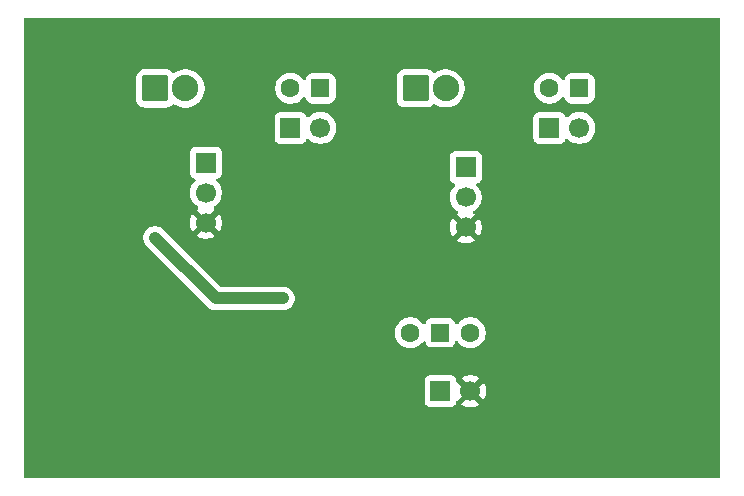
<source format=gbr>
%TF.GenerationSoftware,KiCad,Pcbnew,9.0.2*%
%TF.CreationDate,2025-07-30T16:59:02+09:00*%
%TF.ProjectId,ltr,6c74722e-6b69-4636-9164-5f7063625858,rev?*%
%TF.SameCoordinates,Original*%
%TF.FileFunction,Copper,L2,Bot*%
%TF.FilePolarity,Positive*%
%FSLAX46Y46*%
G04 Gerber Fmt 4.6, Leading zero omitted, Abs format (unit mm)*
G04 Created by KiCad (PCBNEW 9.0.2) date 2025-07-30 16:59:02*
%MOMM*%
%LPD*%
G01*
G04 APERTURE LIST*
G04 Aperture macros list*
%AMRoundRect*
0 Rectangle with rounded corners*
0 $1 Rounding radius*
0 $2 $3 $4 $5 $6 $7 $8 $9 X,Y pos of 4 corners*
0 Add a 4 corners polygon primitive as box body*
4,1,4,$2,$3,$4,$5,$6,$7,$8,$9,$2,$3,0*
0 Add four circle primitives for the rounded corners*
1,1,$1+$1,$2,$3*
1,1,$1+$1,$4,$5*
1,1,$1+$1,$6,$7*
1,1,$1+$1,$8,$9*
0 Add four rect primitives between the rounded corners*
20,1,$1+$1,$2,$3,$4,$5,0*
20,1,$1+$1,$4,$5,$6,$7,0*
20,1,$1+$1,$6,$7,$8,$9,0*
20,1,$1+$1,$8,$9,$2,$3,0*%
G04 Aperture macros list end*
%TA.AperFunction,ComponentPad*%
%ADD10RoundRect,0.250000X0.550000X0.550000X-0.550000X0.550000X-0.550000X-0.550000X0.550000X-0.550000X0*%
%TD*%
%TA.AperFunction,ComponentPad*%
%ADD11C,1.600000*%
%TD*%
%TA.AperFunction,ComponentPad*%
%ADD12RoundRect,0.250000X-0.870000X-0.870000X0.870000X-0.870000X0.870000X0.870000X-0.870000X0.870000X0*%
%TD*%
%TA.AperFunction,ComponentPad*%
%ADD13C,2.240000*%
%TD*%
%TA.AperFunction,ComponentPad*%
%ADD14R,1.700000X1.700000*%
%TD*%
%TA.AperFunction,ComponentPad*%
%ADD15C,1.700000*%
%TD*%
%TA.AperFunction,ComponentPad*%
%ADD16R,1.500000X1.500000*%
%TD*%
%TA.AperFunction,ViaPad*%
%ADD17C,0.600000*%
%TD*%
%TA.AperFunction,Conductor*%
%ADD18C,1.000000*%
%TD*%
G04 APERTURE END LIST*
D10*
%TO.P,D4,1,K*%
%TO.N,Net-(D4-K)*%
X128385000Y-57185000D03*
D11*
%TO.P,D4,2,A*%
%TO.N,Net-(D3-A)*%
X125845000Y-57185000D03*
%TD*%
D12*
%TO.P,D3,1,K*%
%TO.N,+5V*%
X114520000Y-57185000D03*
D13*
%TO.P,D3,2,A*%
%TO.N,Net-(D3-A)*%
X117060000Y-57185000D03*
%TD*%
D14*
%TO.P,J3,1,Pin_1*%
%TO.N,+5V*%
X103920000Y-60535000D03*
D15*
%TO.P,J3,2,Pin_2*%
%TO.N,Net-(D2-K)*%
X106460000Y-60535000D03*
%TD*%
D14*
%TO.P,J4,1,Pin_1*%
%TO.N,+5V*%
X125845000Y-60535000D03*
D15*
%TO.P,J4,2,Pin_2*%
%TO.N,Net-(D4-K)*%
X128385000Y-60535000D03*
%TD*%
D12*
%TO.P,D1,1,K*%
%TO.N,+5V*%
X92480000Y-57195000D03*
D13*
%TO.P,D1,2,A*%
%TO.N,Net-(D1-A)*%
X95020000Y-57195000D03*
%TD*%
D14*
%TO.P,J5,1,Pin_1*%
%TO.N,Net-(J5-Pin_1)*%
X116620000Y-82825000D03*
D15*
%TO.P,J5,2,Pin_2*%
%TO.N,GND*%
X119160000Y-82825000D03*
%TD*%
D14*
%TO.P,J1,1,Pin_1*%
%TO.N,Vin_left*%
X96760000Y-63485000D03*
D15*
%TO.P,J1,2,Pin_2*%
%TO.N,out_left*%
X96760000Y-66025000D03*
%TO.P,J1,3,Pin_3*%
%TO.N,GND*%
X96760000Y-68565000D03*
%TD*%
D10*
%TO.P,D2,1,K*%
%TO.N,Net-(D2-K)*%
X106460000Y-57195000D03*
D11*
%TO.P,D2,2,A*%
%TO.N,Net-(D1-A)*%
X103920000Y-57195000D03*
%TD*%
D16*
%TO.P,SW1,1,A*%
%TO.N,Net-(J5-Pin_1)*%
X116610000Y-77875000D03*
D11*
%TO.P,SW1,2,B*%
%TO.N,+9V*%
X114070000Y-77875000D03*
%TO.P,SW1,3,C*%
%TO.N,unconnected-(SW1-C-Pad3)*%
X119150000Y-77875000D03*
%TD*%
D14*
%TO.P,J2,1,Pin_1*%
%TO.N,Vin_right*%
X118760000Y-63870000D03*
D15*
%TO.P,J2,2,Pin_2*%
%TO.N,out_right*%
X118760000Y-66410000D03*
%TO.P,J2,3,Pin_3*%
%TO.N,GND*%
X118760000Y-68950000D03*
%TD*%
D17*
%TO.N,GND*%
X105550000Y-84175000D03*
%TO.N,+5V*%
X103275000Y-74975000D03*
X92450000Y-69850000D03*
%TD*%
D18*
%TO.N,+5V*%
X97575000Y-74975000D02*
X103275000Y-74975000D01*
X92450000Y-69850000D02*
X97575000Y-74975000D01*
%TD*%
%TA.AperFunction,Conductor*%
%TO.N,GND*%
G36*
X140267539Y-51220185D02*
G01*
X140313294Y-51272989D01*
X140324500Y-51324500D01*
X140324500Y-90075500D01*
X140304815Y-90142539D01*
X140252011Y-90188294D01*
X140200500Y-90199500D01*
X81449500Y-90199500D01*
X81382461Y-90179815D01*
X81336706Y-90127011D01*
X81325500Y-90075500D01*
X81325500Y-81927135D01*
X115269500Y-81927135D01*
X115269500Y-83722870D01*
X115269501Y-83722876D01*
X115275908Y-83782483D01*
X115326202Y-83917328D01*
X115326206Y-83917335D01*
X115412452Y-84032544D01*
X115412455Y-84032547D01*
X115527664Y-84118793D01*
X115527671Y-84118797D01*
X115662517Y-84169091D01*
X115662516Y-84169091D01*
X115669444Y-84169835D01*
X115722127Y-84175500D01*
X117517872Y-84175499D01*
X117577483Y-84169091D01*
X117712331Y-84118796D01*
X117827546Y-84032546D01*
X117913796Y-83917331D01*
X117964091Y-83782483D01*
X117970500Y-83722873D01*
X117970499Y-83698979D01*
X117973330Y-83685963D01*
X117983940Y-83666525D01*
X117990179Y-83645275D01*
X118006803Y-83624643D01*
X118006808Y-83624636D01*
X118006811Y-83624634D01*
X118006818Y-83624626D01*
X118677037Y-82954408D01*
X118694075Y-83017993D01*
X118759901Y-83132007D01*
X118852993Y-83225099D01*
X118967007Y-83290925D01*
X119030590Y-83307962D01*
X118398282Y-83940269D01*
X118398282Y-83940270D01*
X118452449Y-83979624D01*
X118641782Y-84076095D01*
X118843870Y-84141757D01*
X119053754Y-84175000D01*
X119266246Y-84175000D01*
X119476127Y-84141757D01*
X119476130Y-84141757D01*
X119678217Y-84076095D01*
X119867554Y-83979622D01*
X119921716Y-83940270D01*
X119921717Y-83940270D01*
X119289408Y-83307962D01*
X119352993Y-83290925D01*
X119467007Y-83225099D01*
X119560099Y-83132007D01*
X119625925Y-83017993D01*
X119642962Y-82954409D01*
X120275270Y-83586717D01*
X120275270Y-83586716D01*
X120314622Y-83532554D01*
X120411095Y-83343217D01*
X120476757Y-83141130D01*
X120476757Y-83141127D01*
X120510000Y-82931246D01*
X120510000Y-82718753D01*
X120476757Y-82508872D01*
X120476757Y-82508869D01*
X120411095Y-82306782D01*
X120314624Y-82117449D01*
X120275270Y-82063282D01*
X120275269Y-82063282D01*
X119642962Y-82695590D01*
X119625925Y-82632007D01*
X119560099Y-82517993D01*
X119467007Y-82424901D01*
X119352993Y-82359075D01*
X119289409Y-82342037D01*
X119921716Y-81709728D01*
X119867550Y-81670375D01*
X119678217Y-81573904D01*
X119476129Y-81508242D01*
X119266246Y-81475000D01*
X119053754Y-81475000D01*
X118843872Y-81508242D01*
X118843869Y-81508242D01*
X118641782Y-81573904D01*
X118452439Y-81670380D01*
X118398282Y-81709727D01*
X118398282Y-81709728D01*
X119030591Y-82342037D01*
X118967007Y-82359075D01*
X118852993Y-82424901D01*
X118759901Y-82517993D01*
X118694075Y-82632007D01*
X118677037Y-82695591D01*
X118006818Y-82025372D01*
X117973333Y-81964049D01*
X117973330Y-81964036D01*
X117970499Y-81951015D01*
X117970499Y-81927128D01*
X117964091Y-81867517D01*
X117935926Y-81792002D01*
X117913798Y-81732673D01*
X117913793Y-81732664D01*
X117827547Y-81617455D01*
X117827544Y-81617452D01*
X117712335Y-81531206D01*
X117712328Y-81531202D01*
X117577482Y-81480908D01*
X117577483Y-81480908D01*
X117517883Y-81474501D01*
X117517881Y-81474500D01*
X117517873Y-81474500D01*
X117517864Y-81474500D01*
X115722129Y-81474500D01*
X115722123Y-81474501D01*
X115662516Y-81480908D01*
X115527671Y-81531202D01*
X115527664Y-81531206D01*
X115412455Y-81617452D01*
X115412452Y-81617455D01*
X115326206Y-81732664D01*
X115326202Y-81732671D01*
X115275908Y-81867517D01*
X115269501Y-81927116D01*
X115269500Y-81927135D01*
X81325500Y-81927135D01*
X81325500Y-77772648D01*
X112769500Y-77772648D01*
X112769500Y-77977351D01*
X112801522Y-78179534D01*
X112864781Y-78374223D01*
X112957715Y-78556613D01*
X113078028Y-78722213D01*
X113222786Y-78866971D01*
X113377749Y-78979556D01*
X113388390Y-78987287D01*
X113504607Y-79046503D01*
X113570776Y-79080218D01*
X113570778Y-79080218D01*
X113570781Y-79080220D01*
X113675137Y-79114127D01*
X113765465Y-79143477D01*
X113866557Y-79159488D01*
X113967648Y-79175500D01*
X113967649Y-79175500D01*
X114172351Y-79175500D01*
X114172352Y-79175500D01*
X114374534Y-79143477D01*
X114569219Y-79080220D01*
X114751610Y-78987287D01*
X114844590Y-78919732D01*
X114917213Y-78866971D01*
X114917215Y-78866968D01*
X114917219Y-78866966D01*
X115061966Y-78722219D01*
X115136568Y-78619536D01*
X115191898Y-78576870D01*
X115261511Y-78570891D01*
X115323306Y-78603496D01*
X115357664Y-78664334D01*
X115360177Y-78679166D01*
X115365909Y-78732483D01*
X115416202Y-78867328D01*
X115416206Y-78867335D01*
X115502452Y-78982544D01*
X115502455Y-78982547D01*
X115617664Y-79068793D01*
X115617671Y-79068797D01*
X115752517Y-79119091D01*
X115752516Y-79119091D01*
X115759444Y-79119835D01*
X115812127Y-79125500D01*
X117407872Y-79125499D01*
X117467483Y-79119091D01*
X117602331Y-79068796D01*
X117717546Y-78982546D01*
X117803796Y-78867331D01*
X117854091Y-78732483D01*
X117859823Y-78679162D01*
X117886560Y-78614615D01*
X117943952Y-78574767D01*
X118013777Y-78572273D01*
X118073866Y-78607925D01*
X118083430Y-78619536D01*
X118158028Y-78722212D01*
X118158032Y-78722217D01*
X118302786Y-78866971D01*
X118457749Y-78979556D01*
X118468390Y-78987287D01*
X118584607Y-79046503D01*
X118650776Y-79080218D01*
X118650778Y-79080218D01*
X118650781Y-79080220D01*
X118755137Y-79114127D01*
X118845465Y-79143477D01*
X118946557Y-79159488D01*
X119047648Y-79175500D01*
X119047649Y-79175500D01*
X119252351Y-79175500D01*
X119252352Y-79175500D01*
X119454534Y-79143477D01*
X119649219Y-79080220D01*
X119831610Y-78987287D01*
X119924590Y-78919732D01*
X119997213Y-78866971D01*
X119997215Y-78866968D01*
X119997219Y-78866966D01*
X120141966Y-78722219D01*
X120141968Y-78722215D01*
X120141971Y-78722213D01*
X120220144Y-78614615D01*
X120262287Y-78556610D01*
X120355220Y-78374219D01*
X120418477Y-78179534D01*
X120450500Y-77977352D01*
X120450500Y-77772648D01*
X120418477Y-77570465D01*
X120355218Y-77375776D01*
X120321503Y-77309607D01*
X120262287Y-77193390D01*
X120228221Y-77146502D01*
X120141971Y-77027786D01*
X119997213Y-76883028D01*
X119831613Y-76762715D01*
X119831612Y-76762714D01*
X119831610Y-76762713D01*
X119774653Y-76733691D01*
X119649223Y-76669781D01*
X119454534Y-76606522D01*
X119279995Y-76578878D01*
X119252352Y-76574500D01*
X119047648Y-76574500D01*
X119023329Y-76578351D01*
X118845465Y-76606522D01*
X118650776Y-76669781D01*
X118468386Y-76762715D01*
X118302786Y-76883028D01*
X118158032Y-77027782D01*
X118158028Y-77027787D01*
X118083430Y-77130463D01*
X118028100Y-77173129D01*
X117958487Y-77179108D01*
X117896692Y-77146502D01*
X117862334Y-77085664D01*
X117859822Y-77070831D01*
X117854091Y-77017516D01*
X117803797Y-76882671D01*
X117803793Y-76882664D01*
X117717547Y-76767455D01*
X117717544Y-76767452D01*
X117602335Y-76681206D01*
X117602328Y-76681202D01*
X117467482Y-76630908D01*
X117467483Y-76630908D01*
X117407883Y-76624501D01*
X117407881Y-76624500D01*
X117407873Y-76624500D01*
X117407864Y-76624500D01*
X115812129Y-76624500D01*
X115812123Y-76624501D01*
X115752516Y-76630908D01*
X115617671Y-76681202D01*
X115617664Y-76681206D01*
X115502455Y-76767452D01*
X115502452Y-76767455D01*
X115416206Y-76882664D01*
X115416202Y-76882671D01*
X115365908Y-77017516D01*
X115360176Y-77070834D01*
X115333438Y-77135385D01*
X115276045Y-77175233D01*
X115206220Y-77177726D01*
X115146131Y-77142073D01*
X115136569Y-77130463D01*
X115061971Y-77027786D01*
X114917213Y-76883028D01*
X114751613Y-76762715D01*
X114751612Y-76762714D01*
X114751610Y-76762713D01*
X114694653Y-76733691D01*
X114569223Y-76669781D01*
X114374534Y-76606522D01*
X114199995Y-76578878D01*
X114172352Y-76574500D01*
X113967648Y-76574500D01*
X113943329Y-76578351D01*
X113765465Y-76606522D01*
X113570776Y-76669781D01*
X113388386Y-76762715D01*
X113222786Y-76883028D01*
X113078028Y-77027786D01*
X112957715Y-77193386D01*
X112864781Y-77375776D01*
X112801522Y-77570465D01*
X112769500Y-77772648D01*
X81325500Y-77772648D01*
X81325500Y-69751455D01*
X91449500Y-69751455D01*
X91449500Y-69948544D01*
X91487947Y-70141828D01*
X91487949Y-70141836D01*
X91563367Y-70323910D01*
X91563372Y-70323920D01*
X91672860Y-70487780D01*
X91672863Y-70487784D01*
X96937215Y-75752137D01*
X96937219Y-75752140D01*
X97101079Y-75861628D01*
X97101085Y-75861631D01*
X97101086Y-75861632D01*
X97283165Y-75937052D01*
X97476455Y-75975500D01*
X97476458Y-75975501D01*
X97476460Y-75975501D01*
X97679655Y-75975501D01*
X97679675Y-75975500D01*
X103373543Y-75975500D01*
X103503582Y-75949632D01*
X103566835Y-75937051D01*
X103748914Y-75861632D01*
X103912782Y-75752139D01*
X104052139Y-75612782D01*
X104161632Y-75448914D01*
X104237051Y-75266835D01*
X104275500Y-75073541D01*
X104275500Y-74876459D01*
X104275500Y-74876456D01*
X104237052Y-74683170D01*
X104237051Y-74683169D01*
X104237051Y-74683165D01*
X104237049Y-74683160D01*
X104161635Y-74501092D01*
X104161628Y-74501079D01*
X104052139Y-74337218D01*
X104052136Y-74337214D01*
X103912785Y-74197863D01*
X103912781Y-74197860D01*
X103748920Y-74088371D01*
X103748907Y-74088364D01*
X103566839Y-74012950D01*
X103566829Y-74012947D01*
X103373543Y-73974500D01*
X103373541Y-73974500D01*
X98040783Y-73974500D01*
X97973744Y-73954815D01*
X97953102Y-73938181D01*
X93087784Y-69072863D01*
X93087780Y-69072860D01*
X92923920Y-68963372D01*
X92923910Y-68963367D01*
X92741836Y-68887949D01*
X92741828Y-68887947D01*
X92548543Y-68849500D01*
X92548540Y-68849500D01*
X92351460Y-68849500D01*
X92351457Y-68849500D01*
X92158171Y-68887947D01*
X92158163Y-68887949D01*
X91976089Y-68963367D01*
X91976079Y-68963372D01*
X91812219Y-69072860D01*
X91812215Y-69072863D01*
X91672863Y-69212215D01*
X91672860Y-69212219D01*
X91563372Y-69376079D01*
X91563367Y-69376089D01*
X91487949Y-69558163D01*
X91487947Y-69558171D01*
X91449500Y-69751455D01*
X81325500Y-69751455D01*
X81325500Y-62587135D01*
X95409500Y-62587135D01*
X95409500Y-64382870D01*
X95409501Y-64382876D01*
X95415908Y-64442483D01*
X95466202Y-64577328D01*
X95466206Y-64577335D01*
X95552452Y-64692544D01*
X95552455Y-64692547D01*
X95667664Y-64778793D01*
X95667671Y-64778797D01*
X95799082Y-64827810D01*
X95855016Y-64869681D01*
X95879433Y-64935145D01*
X95864582Y-65003418D01*
X95843431Y-65031673D01*
X95729889Y-65145215D01*
X95604951Y-65317179D01*
X95508444Y-65506585D01*
X95442753Y-65708760D01*
X95413797Y-65891585D01*
X95409500Y-65918713D01*
X95409500Y-66131287D01*
X95442754Y-66341243D01*
X95499629Y-66516286D01*
X95508444Y-66543414D01*
X95604951Y-66732820D01*
X95729890Y-66904786D01*
X95880213Y-67055109D01*
X96052179Y-67180048D01*
X96052181Y-67180049D01*
X96052184Y-67180051D01*
X96061493Y-67184794D01*
X96112290Y-67232766D01*
X96129087Y-67300587D01*
X96106552Y-67366722D01*
X96061505Y-67405760D01*
X96052446Y-67410376D01*
X96052440Y-67410380D01*
X95998282Y-67449727D01*
X95998282Y-67449728D01*
X96630591Y-68082037D01*
X96567007Y-68099075D01*
X96452993Y-68164901D01*
X96359901Y-68257993D01*
X96294075Y-68372007D01*
X96277037Y-68435591D01*
X95644728Y-67803282D01*
X95644727Y-67803282D01*
X95605380Y-67857439D01*
X95508904Y-68046782D01*
X95443242Y-68248869D01*
X95443242Y-68248872D01*
X95410000Y-68458753D01*
X95410000Y-68671246D01*
X95443242Y-68881127D01*
X95443242Y-68881130D01*
X95508904Y-69083217D01*
X95605375Y-69272550D01*
X95644728Y-69326716D01*
X96277037Y-68694408D01*
X96294075Y-68757993D01*
X96359901Y-68872007D01*
X96452993Y-68965099D01*
X96567007Y-69030925D01*
X96630590Y-69047962D01*
X95998282Y-69680269D01*
X95998282Y-69680270D01*
X96052449Y-69719624D01*
X96241782Y-69816095D01*
X96443870Y-69881757D01*
X96653754Y-69915000D01*
X96866246Y-69915000D01*
X96989124Y-69895538D01*
X97076127Y-69881757D01*
X97076130Y-69881757D01*
X97278217Y-69816095D01*
X97467554Y-69719622D01*
X97521716Y-69680270D01*
X97521717Y-69680270D01*
X96889408Y-69047962D01*
X96952993Y-69030925D01*
X97067007Y-68965099D01*
X97160099Y-68872007D01*
X97225925Y-68757993D01*
X97242962Y-68694409D01*
X97875270Y-69326717D01*
X97875270Y-69326716D01*
X97914622Y-69272554D01*
X98011095Y-69083217D01*
X98076757Y-68881130D01*
X98076758Y-68881126D01*
X98086521Y-68819484D01*
X98086521Y-68819483D01*
X98110000Y-68671245D01*
X98110000Y-68458753D01*
X98076757Y-68248872D01*
X98076757Y-68248869D01*
X98011095Y-68046782D01*
X97914624Y-67857449D01*
X97875270Y-67803282D01*
X97875269Y-67803282D01*
X97242962Y-68435590D01*
X97225925Y-68372007D01*
X97160099Y-68257993D01*
X97067007Y-68164901D01*
X96952993Y-68099075D01*
X96889409Y-68082037D01*
X97521716Y-67449728D01*
X97467547Y-67410373D01*
X97467547Y-67410372D01*
X97458500Y-67405763D01*
X97407706Y-67357788D01*
X97390912Y-67289966D01*
X97413451Y-67223832D01*
X97458508Y-67184793D01*
X97467816Y-67180051D01*
X97553476Y-67117816D01*
X97639786Y-67055109D01*
X97639788Y-67055106D01*
X97639792Y-67055104D01*
X97790104Y-66904792D01*
X97790106Y-66904788D01*
X97790109Y-66904786D01*
X97915048Y-66732820D01*
X97915047Y-66732820D01*
X97915051Y-66732816D01*
X98011557Y-66543412D01*
X98077246Y-66341243D01*
X98110500Y-66131287D01*
X98110500Y-65918713D01*
X98077246Y-65708757D01*
X98011557Y-65506588D01*
X97915051Y-65317184D01*
X97915049Y-65317181D01*
X97915048Y-65317179D01*
X97790109Y-65145213D01*
X97676569Y-65031673D01*
X97643084Y-64970350D01*
X97648068Y-64900658D01*
X97689940Y-64844725D01*
X97720915Y-64827810D01*
X97852331Y-64778796D01*
X97967546Y-64692546D01*
X98053796Y-64577331D01*
X98104091Y-64442483D01*
X98110500Y-64382873D01*
X98110499Y-62972135D01*
X117409500Y-62972135D01*
X117409500Y-64767870D01*
X117409501Y-64767876D01*
X117415908Y-64827483D01*
X117466202Y-64962328D01*
X117466206Y-64962335D01*
X117552452Y-65077544D01*
X117552455Y-65077547D01*
X117667664Y-65163793D01*
X117667671Y-65163797D01*
X117799082Y-65212810D01*
X117855016Y-65254681D01*
X117879433Y-65320145D01*
X117864582Y-65388418D01*
X117843431Y-65416673D01*
X117729889Y-65530215D01*
X117604951Y-65702179D01*
X117508444Y-65891585D01*
X117442753Y-66093760D01*
X117409500Y-66303713D01*
X117409500Y-66516287D01*
X117442754Y-66726243D01*
X117500768Y-66904792D01*
X117508444Y-66928414D01*
X117604951Y-67117820D01*
X117729890Y-67289786D01*
X117880213Y-67440109D01*
X118052179Y-67565048D01*
X118052181Y-67565049D01*
X118052184Y-67565051D01*
X118061493Y-67569794D01*
X118112290Y-67617766D01*
X118129087Y-67685587D01*
X118106552Y-67751722D01*
X118061505Y-67790760D01*
X118052446Y-67795376D01*
X118052440Y-67795380D01*
X117998282Y-67834727D01*
X117998282Y-67834728D01*
X118630591Y-68467037D01*
X118567007Y-68484075D01*
X118452993Y-68549901D01*
X118359901Y-68642993D01*
X118294075Y-68757007D01*
X118277037Y-68820591D01*
X117644728Y-68188282D01*
X117644727Y-68188282D01*
X117605380Y-68242439D01*
X117508904Y-68431782D01*
X117443242Y-68633869D01*
X117443242Y-68633872D01*
X117410000Y-68843753D01*
X117410000Y-69056246D01*
X117443242Y-69266127D01*
X117443242Y-69266130D01*
X117508904Y-69468217D01*
X117605375Y-69657550D01*
X117644728Y-69711716D01*
X118277037Y-69079408D01*
X118294075Y-69142993D01*
X118359901Y-69257007D01*
X118452993Y-69350099D01*
X118567007Y-69415925D01*
X118630590Y-69432962D01*
X117998282Y-70065269D01*
X117998282Y-70065270D01*
X118052449Y-70104624D01*
X118241782Y-70201095D01*
X118443870Y-70266757D01*
X118653754Y-70300000D01*
X118866246Y-70300000D01*
X119076127Y-70266757D01*
X119076130Y-70266757D01*
X119278217Y-70201095D01*
X119467554Y-70104622D01*
X119521716Y-70065270D01*
X119521717Y-70065270D01*
X118889408Y-69432962D01*
X118952993Y-69415925D01*
X119067007Y-69350099D01*
X119160099Y-69257007D01*
X119225925Y-69142993D01*
X119242962Y-69079409D01*
X119875270Y-69711717D01*
X119875270Y-69711716D01*
X119914622Y-69657554D01*
X120011095Y-69468217D01*
X120076757Y-69266130D01*
X120076757Y-69266127D01*
X120110000Y-69056246D01*
X120110000Y-68843753D01*
X120076757Y-68633872D01*
X120076757Y-68633869D01*
X120011095Y-68431782D01*
X119914624Y-68242449D01*
X119875270Y-68188282D01*
X119875269Y-68188282D01*
X119242962Y-68820590D01*
X119225925Y-68757007D01*
X119160099Y-68642993D01*
X119067007Y-68549901D01*
X118952993Y-68484075D01*
X118889409Y-68467037D01*
X119521716Y-67834728D01*
X119467547Y-67795373D01*
X119467547Y-67795372D01*
X119458500Y-67790763D01*
X119407706Y-67742788D01*
X119390912Y-67674966D01*
X119413451Y-67608832D01*
X119458508Y-67569793D01*
X119467816Y-67565051D01*
X119626546Y-67449728D01*
X119639786Y-67440109D01*
X119639788Y-67440106D01*
X119639792Y-67440104D01*
X119790104Y-67289792D01*
X119790106Y-67289788D01*
X119790109Y-67289786D01*
X119915048Y-67117820D01*
X119915047Y-67117820D01*
X119915051Y-67117816D01*
X120011557Y-66928412D01*
X120077246Y-66726243D01*
X120110500Y-66516287D01*
X120110500Y-66303713D01*
X120077246Y-66093757D01*
X120011557Y-65891588D01*
X119915051Y-65702184D01*
X119915049Y-65702181D01*
X119915048Y-65702179D01*
X119790109Y-65530213D01*
X119676569Y-65416673D01*
X119643084Y-65355350D01*
X119648068Y-65285658D01*
X119689940Y-65229725D01*
X119720915Y-65212810D01*
X119852331Y-65163796D01*
X119967546Y-65077546D01*
X120053796Y-64962331D01*
X120104091Y-64827483D01*
X120110500Y-64767873D01*
X120110499Y-62972128D01*
X120104091Y-62912517D01*
X120053796Y-62777669D01*
X120053795Y-62777668D01*
X120053793Y-62777664D01*
X119967547Y-62662455D01*
X119967544Y-62662452D01*
X119852335Y-62576206D01*
X119852328Y-62576202D01*
X119717482Y-62525908D01*
X119717483Y-62525908D01*
X119657883Y-62519501D01*
X119657881Y-62519500D01*
X119657873Y-62519500D01*
X119657864Y-62519500D01*
X117862129Y-62519500D01*
X117862123Y-62519501D01*
X117802516Y-62525908D01*
X117667671Y-62576202D01*
X117667664Y-62576206D01*
X117552455Y-62662452D01*
X117552452Y-62662455D01*
X117466206Y-62777664D01*
X117466202Y-62777671D01*
X117415908Y-62912517D01*
X117409501Y-62972116D01*
X117409501Y-62972123D01*
X117409500Y-62972135D01*
X98110499Y-62972135D01*
X98110499Y-62587128D01*
X98104091Y-62527517D01*
X98103491Y-62525909D01*
X98053797Y-62392671D01*
X98053793Y-62392664D01*
X97967547Y-62277455D01*
X97967544Y-62277452D01*
X97852335Y-62191206D01*
X97852328Y-62191202D01*
X97717482Y-62140908D01*
X97717483Y-62140908D01*
X97657883Y-62134501D01*
X97657881Y-62134500D01*
X97657873Y-62134500D01*
X97657864Y-62134500D01*
X95862129Y-62134500D01*
X95862123Y-62134501D01*
X95802516Y-62140908D01*
X95667671Y-62191202D01*
X95667664Y-62191206D01*
X95552455Y-62277452D01*
X95552452Y-62277455D01*
X95466206Y-62392664D01*
X95466202Y-62392671D01*
X95415908Y-62527517D01*
X95410674Y-62576204D01*
X95409501Y-62587123D01*
X95409500Y-62587135D01*
X81325500Y-62587135D01*
X81325500Y-59637135D01*
X102569500Y-59637135D01*
X102569500Y-61432870D01*
X102569501Y-61432876D01*
X102575908Y-61492483D01*
X102626202Y-61627328D01*
X102626206Y-61627335D01*
X102712452Y-61742544D01*
X102712455Y-61742547D01*
X102827664Y-61828793D01*
X102827671Y-61828797D01*
X102962517Y-61879091D01*
X102962516Y-61879091D01*
X102969444Y-61879835D01*
X103022127Y-61885500D01*
X104817872Y-61885499D01*
X104877483Y-61879091D01*
X105012331Y-61828796D01*
X105127546Y-61742546D01*
X105213796Y-61627331D01*
X105262810Y-61495916D01*
X105304681Y-61439984D01*
X105370145Y-61415566D01*
X105438418Y-61430417D01*
X105466673Y-61451569D01*
X105580213Y-61565109D01*
X105752179Y-61690048D01*
X105752181Y-61690049D01*
X105752184Y-61690051D01*
X105941588Y-61786557D01*
X106143757Y-61852246D01*
X106353713Y-61885500D01*
X106353714Y-61885500D01*
X106566286Y-61885500D01*
X106566287Y-61885500D01*
X106776243Y-61852246D01*
X106978412Y-61786557D01*
X107167816Y-61690051D01*
X107254138Y-61627335D01*
X107339786Y-61565109D01*
X107339788Y-61565106D01*
X107339792Y-61565104D01*
X107490104Y-61414792D01*
X107490106Y-61414788D01*
X107490109Y-61414786D01*
X107615048Y-61242820D01*
X107615047Y-61242820D01*
X107615051Y-61242816D01*
X107711557Y-61053412D01*
X107777246Y-60851243D01*
X107810500Y-60641287D01*
X107810500Y-60428713D01*
X107777246Y-60218757D01*
X107711557Y-60016588D01*
X107615051Y-59827184D01*
X107490104Y-59655208D01*
X107472031Y-59637135D01*
X124494500Y-59637135D01*
X124494500Y-61432870D01*
X124494501Y-61432876D01*
X124500908Y-61492483D01*
X124551202Y-61627328D01*
X124551206Y-61627335D01*
X124637452Y-61742544D01*
X124637455Y-61742547D01*
X124752664Y-61828793D01*
X124752671Y-61828797D01*
X124887517Y-61879091D01*
X124887516Y-61879091D01*
X124894444Y-61879835D01*
X124947127Y-61885500D01*
X126742872Y-61885499D01*
X126802483Y-61879091D01*
X126937331Y-61828796D01*
X127052546Y-61742546D01*
X127138796Y-61627331D01*
X127187810Y-61495916D01*
X127229681Y-61439984D01*
X127295145Y-61415566D01*
X127363418Y-61430417D01*
X127391673Y-61451569D01*
X127505213Y-61565109D01*
X127677179Y-61690048D01*
X127677181Y-61690049D01*
X127677184Y-61690051D01*
X127866588Y-61786557D01*
X128068757Y-61852246D01*
X128278713Y-61885500D01*
X128278714Y-61885500D01*
X128491286Y-61885500D01*
X128491287Y-61885500D01*
X128701243Y-61852246D01*
X128903412Y-61786557D01*
X129092816Y-61690051D01*
X129179138Y-61627335D01*
X129264786Y-61565109D01*
X129264788Y-61565106D01*
X129264792Y-61565104D01*
X129415104Y-61414792D01*
X129415106Y-61414788D01*
X129415109Y-61414786D01*
X129540048Y-61242820D01*
X129540047Y-61242820D01*
X129540051Y-61242816D01*
X129636557Y-61053412D01*
X129702246Y-60851243D01*
X129735500Y-60641287D01*
X129735500Y-60428713D01*
X129702246Y-60218757D01*
X129636557Y-60016588D01*
X129540051Y-59827184D01*
X129540049Y-59827181D01*
X129540048Y-59827179D01*
X129415109Y-59655213D01*
X129264786Y-59504890D01*
X129092820Y-59379951D01*
X128903414Y-59283444D01*
X128903413Y-59283443D01*
X128903412Y-59283443D01*
X128701243Y-59217754D01*
X128701241Y-59217753D01*
X128701240Y-59217753D01*
X128539957Y-59192208D01*
X128491287Y-59184500D01*
X128278713Y-59184500D01*
X128230042Y-59192208D01*
X128068760Y-59217753D01*
X127866585Y-59283444D01*
X127677179Y-59379951D01*
X127505215Y-59504889D01*
X127391673Y-59618431D01*
X127330350Y-59651915D01*
X127260658Y-59646931D01*
X127204725Y-59605059D01*
X127187810Y-59574082D01*
X127138797Y-59442671D01*
X127138793Y-59442664D01*
X127052547Y-59327455D01*
X127052544Y-59327452D01*
X126937335Y-59241206D01*
X126937328Y-59241202D01*
X126802482Y-59190908D01*
X126802483Y-59190908D01*
X126742883Y-59184501D01*
X126742881Y-59184500D01*
X126742873Y-59184500D01*
X126742864Y-59184500D01*
X124947129Y-59184500D01*
X124947123Y-59184501D01*
X124887516Y-59190908D01*
X124752671Y-59241202D01*
X124752664Y-59241206D01*
X124637455Y-59327452D01*
X124637452Y-59327455D01*
X124551206Y-59442664D01*
X124551202Y-59442671D01*
X124500908Y-59577517D01*
X124494501Y-59637116D01*
X124494500Y-59637135D01*
X107472031Y-59637135D01*
X107339792Y-59504896D01*
X107339786Y-59504890D01*
X107167820Y-59379951D01*
X106978414Y-59283444D01*
X106978413Y-59283443D01*
X106978412Y-59283443D01*
X106776243Y-59217754D01*
X106776241Y-59217753D01*
X106776240Y-59217753D01*
X106614957Y-59192208D01*
X106566287Y-59184500D01*
X106353713Y-59184500D01*
X106305042Y-59192208D01*
X106143760Y-59217753D01*
X105941585Y-59283444D01*
X105752179Y-59379951D01*
X105580215Y-59504889D01*
X105466673Y-59618431D01*
X105405350Y-59651915D01*
X105335658Y-59646931D01*
X105279725Y-59605059D01*
X105262810Y-59574082D01*
X105213797Y-59442671D01*
X105213793Y-59442664D01*
X105127547Y-59327455D01*
X105127544Y-59327452D01*
X105012335Y-59241206D01*
X105012328Y-59241202D01*
X104877482Y-59190908D01*
X104877483Y-59190908D01*
X104817883Y-59184501D01*
X104817881Y-59184500D01*
X104817873Y-59184500D01*
X104817864Y-59184500D01*
X103022129Y-59184500D01*
X103022123Y-59184501D01*
X102962516Y-59190908D01*
X102827671Y-59241202D01*
X102827664Y-59241206D01*
X102712455Y-59327452D01*
X102712452Y-59327455D01*
X102626206Y-59442664D01*
X102626202Y-59442671D01*
X102575908Y-59577517D01*
X102569501Y-59637116D01*
X102569500Y-59637135D01*
X81325500Y-59637135D01*
X81325500Y-56274983D01*
X90859500Y-56274983D01*
X90859500Y-58115001D01*
X90859501Y-58115018D01*
X90870000Y-58217796D01*
X90870001Y-58217799D01*
X90925185Y-58384331D01*
X90925187Y-58384336D01*
X90947069Y-58419812D01*
X91017288Y-58533656D01*
X91141344Y-58657712D01*
X91290666Y-58749814D01*
X91457203Y-58804999D01*
X91559991Y-58815500D01*
X93400008Y-58815499D01*
X93502797Y-58804999D01*
X93669334Y-58749814D01*
X93818656Y-58657712D01*
X93936348Y-58540019D01*
X93997667Y-58506537D01*
X94067359Y-58511521D01*
X94096908Y-58527383D01*
X94170673Y-58580976D01*
X94278050Y-58635687D01*
X94397939Y-58696774D01*
X94397941Y-58696774D01*
X94397944Y-58696776D01*
X94527976Y-58739026D01*
X94640531Y-58775598D01*
X94892459Y-58815500D01*
X94892464Y-58815500D01*
X95147541Y-58815500D01*
X95399468Y-58775598D01*
X95642056Y-58696776D01*
X95869327Y-58580976D01*
X96075685Y-58431048D01*
X96256048Y-58250685D01*
X96405976Y-58044327D01*
X96521776Y-57817056D01*
X96600598Y-57574468D01*
X96602182Y-57564468D01*
X96640500Y-57322541D01*
X96640500Y-57092648D01*
X102619500Y-57092648D01*
X102619500Y-57297351D01*
X102651522Y-57499534D01*
X102714781Y-57694223D01*
X102766135Y-57795009D01*
X102802619Y-57866613D01*
X102807715Y-57876613D01*
X102928028Y-58042213D01*
X103072786Y-58186971D01*
X103224622Y-58297284D01*
X103238390Y-58307287D01*
X103354607Y-58366503D01*
X103420776Y-58400218D01*
X103420778Y-58400218D01*
X103420781Y-58400220D01*
X103484874Y-58421045D01*
X103615465Y-58463477D01*
X103688212Y-58474999D01*
X103817648Y-58495500D01*
X103817649Y-58495500D01*
X104022351Y-58495500D01*
X104022352Y-58495500D01*
X104224534Y-58463477D01*
X104419219Y-58400220D01*
X104601610Y-58307287D01*
X104724781Y-58217799D01*
X104767213Y-58186971D01*
X104767215Y-58186968D01*
X104767219Y-58186966D01*
X104911966Y-58042219D01*
X104980021Y-57948547D01*
X105035349Y-57905882D01*
X105104963Y-57899902D01*
X105166758Y-57932507D01*
X105198044Y-57982427D01*
X105225186Y-58064334D01*
X105317288Y-58213656D01*
X105441344Y-58337712D01*
X105590666Y-58429814D01*
X105757203Y-58484999D01*
X105859991Y-58495500D01*
X107060008Y-58495499D01*
X107162797Y-58484999D01*
X107329334Y-58429814D01*
X107478656Y-58337712D01*
X107602712Y-58213656D01*
X107694814Y-58064334D01*
X107749999Y-57897797D01*
X107760500Y-57795009D01*
X107760499Y-56594992D01*
X107759477Y-56584992D01*
X107749999Y-56492203D01*
X107749998Y-56492200D01*
X107733181Y-56441451D01*
X107694814Y-56325666D01*
X107657385Y-56264983D01*
X112899500Y-56264983D01*
X112899500Y-58105001D01*
X112899501Y-58105018D01*
X112910000Y-58207796D01*
X112910001Y-58207799D01*
X112965185Y-58374331D01*
X112965187Y-58374336D01*
X112993237Y-58419812D01*
X113057288Y-58523656D01*
X113181344Y-58647712D01*
X113330666Y-58739814D01*
X113497203Y-58794999D01*
X113599991Y-58805500D01*
X115440008Y-58805499D01*
X115542797Y-58794999D01*
X115709334Y-58739814D01*
X115858656Y-58647712D01*
X115976348Y-58530019D01*
X116037667Y-58496537D01*
X116107359Y-58501521D01*
X116136908Y-58517383D01*
X116210673Y-58570976D01*
X116318050Y-58625687D01*
X116437939Y-58686774D01*
X116437941Y-58686774D01*
X116437944Y-58686776D01*
X116567976Y-58729026D01*
X116680531Y-58765598D01*
X116932459Y-58805500D01*
X116932464Y-58805500D01*
X117187541Y-58805500D01*
X117439468Y-58765598D01*
X117682056Y-58686776D01*
X117909327Y-58570976D01*
X118115685Y-58421048D01*
X118296048Y-58240685D01*
X118445976Y-58034327D01*
X118561776Y-57807056D01*
X118640598Y-57564468D01*
X118650883Y-57499534D01*
X118680500Y-57312541D01*
X118680500Y-57082648D01*
X124544500Y-57082648D01*
X124544500Y-57287351D01*
X124576522Y-57489534D01*
X124639781Y-57684223D01*
X124732715Y-57866613D01*
X124853028Y-58032213D01*
X124997786Y-58176971D01*
X125152749Y-58289556D01*
X125163390Y-58297287D01*
X125279607Y-58356503D01*
X125345776Y-58390218D01*
X125345778Y-58390218D01*
X125345781Y-58390220D01*
X125436856Y-58419812D01*
X125540465Y-58453477D01*
X125603602Y-58463477D01*
X125742648Y-58485500D01*
X125742649Y-58485500D01*
X125947351Y-58485500D01*
X125947352Y-58485500D01*
X126149534Y-58453477D01*
X126344219Y-58390220D01*
X126526610Y-58297287D01*
X126636017Y-58217799D01*
X126692213Y-58176971D01*
X126692215Y-58176968D01*
X126692219Y-58176966D01*
X126836966Y-58032219D01*
X126905021Y-57938547D01*
X126960349Y-57895882D01*
X127029963Y-57889902D01*
X127091758Y-57922507D01*
X127123044Y-57972427D01*
X127150186Y-58054334D01*
X127242288Y-58203656D01*
X127366344Y-58327712D01*
X127515666Y-58419814D01*
X127682203Y-58474999D01*
X127784991Y-58485500D01*
X128985008Y-58485499D01*
X129087797Y-58474999D01*
X129254334Y-58419814D01*
X129403656Y-58327712D01*
X129527712Y-58203656D01*
X129619814Y-58054334D01*
X129674999Y-57887797D01*
X129685500Y-57785009D01*
X129685499Y-56584992D01*
X129674999Y-56482203D01*
X129619814Y-56315666D01*
X129527712Y-56166344D01*
X129403656Y-56042288D01*
X129302314Y-55979780D01*
X129254336Y-55950187D01*
X129254331Y-55950185D01*
X129250610Y-55948952D01*
X129087797Y-55895001D01*
X129087795Y-55895000D01*
X128985010Y-55884500D01*
X127784998Y-55884500D01*
X127784981Y-55884501D01*
X127682203Y-55895000D01*
X127682200Y-55895001D01*
X127515668Y-55950185D01*
X127515663Y-55950187D01*
X127366342Y-56042289D01*
X127242289Y-56166342D01*
X127150187Y-56315663D01*
X127150186Y-56315666D01*
X127123045Y-56397571D01*
X127083271Y-56455016D01*
X127018755Y-56481838D01*
X126949979Y-56469522D01*
X126905021Y-56431452D01*
X126836966Y-56337781D01*
X126692219Y-56193034D01*
X126692213Y-56193028D01*
X126526613Y-56072715D01*
X126526612Y-56072714D01*
X126526610Y-56072713D01*
X126466898Y-56042288D01*
X126344223Y-55979781D01*
X126149534Y-55916522D01*
X125974995Y-55888878D01*
X125947352Y-55884500D01*
X125742648Y-55884500D01*
X125718329Y-55888351D01*
X125540465Y-55916522D01*
X125345776Y-55979781D01*
X125163386Y-56072715D01*
X124997786Y-56193028D01*
X124853028Y-56337786D01*
X124732715Y-56503386D01*
X124639781Y-56685776D01*
X124576522Y-56880465D01*
X124544500Y-57082648D01*
X118680500Y-57082648D01*
X118680500Y-57057458D01*
X118640598Y-56805531D01*
X118572189Y-56594992D01*
X118561776Y-56562944D01*
X118561774Y-56562941D01*
X118561774Y-56562939D01*
X118482610Y-56407571D01*
X118445976Y-56335673D01*
X118296048Y-56129315D01*
X118115685Y-55948952D01*
X117909327Y-55799024D01*
X117909325Y-55799023D01*
X117682060Y-55683225D01*
X117439468Y-55604401D01*
X117187541Y-55564500D01*
X117187536Y-55564500D01*
X116932464Y-55564500D01*
X116932459Y-55564500D01*
X116680531Y-55604401D01*
X116437939Y-55683225D01*
X116210674Y-55799023D01*
X116210672Y-55799024D01*
X116136910Y-55852615D01*
X116071104Y-55876094D01*
X116003050Y-55860268D01*
X115976345Y-55839977D01*
X115858657Y-55722289D01*
X115858656Y-55722288D01*
X115765888Y-55665069D01*
X115709336Y-55630187D01*
X115709331Y-55630185D01*
X115661698Y-55614401D01*
X115542797Y-55575001D01*
X115542795Y-55575000D01*
X115440010Y-55564500D01*
X113599998Y-55564500D01*
X113599981Y-55564501D01*
X113497203Y-55575000D01*
X113497200Y-55575001D01*
X113330668Y-55630185D01*
X113330663Y-55630187D01*
X113181342Y-55722289D01*
X113057289Y-55846342D01*
X112965187Y-55995663D01*
X112965185Y-55995668D01*
X112946423Y-56052288D01*
X112910001Y-56162203D01*
X112910001Y-56162204D01*
X112910000Y-56162204D01*
X112899500Y-56264983D01*
X107657385Y-56264983D01*
X107602712Y-56176344D01*
X107478656Y-56052288D01*
X107329334Y-55960186D01*
X107162797Y-55905001D01*
X107162795Y-55905000D01*
X107060010Y-55894500D01*
X105859998Y-55894500D01*
X105859981Y-55894501D01*
X105757203Y-55905000D01*
X105757200Y-55905001D01*
X105590668Y-55960185D01*
X105590663Y-55960187D01*
X105441342Y-56052289D01*
X105317289Y-56176342D01*
X105225187Y-56325663D01*
X105225186Y-56325666D01*
X105198045Y-56407571D01*
X105158271Y-56465016D01*
X105093755Y-56491838D01*
X105024979Y-56479522D01*
X104980021Y-56441452D01*
X104911966Y-56347781D01*
X104767219Y-56203034D01*
X104767213Y-56203028D01*
X104601613Y-56082715D01*
X104601612Y-56082714D01*
X104601610Y-56082713D01*
X104522272Y-56042288D01*
X104419223Y-55989781D01*
X104224534Y-55926522D01*
X104049995Y-55898878D01*
X104022352Y-55894500D01*
X103817648Y-55894500D01*
X103793329Y-55898351D01*
X103615465Y-55926522D01*
X103420776Y-55989781D01*
X103238386Y-56082715D01*
X103072786Y-56203028D01*
X102928028Y-56347786D01*
X102807715Y-56513386D01*
X102714781Y-56695776D01*
X102651522Y-56890465D01*
X102619500Y-57092648D01*
X96640500Y-57092648D01*
X96640500Y-57067458D01*
X96600598Y-56815531D01*
X96558439Y-56685781D01*
X96521776Y-56572944D01*
X96521774Y-56572941D01*
X96521774Y-56572939D01*
X96449682Y-56431451D01*
X96405976Y-56345673D01*
X96256048Y-56139315D01*
X96075685Y-55958952D01*
X95869327Y-55809024D01*
X95849699Y-55799023D01*
X95642060Y-55693225D01*
X95399468Y-55614401D01*
X95147541Y-55574500D01*
X95147536Y-55574500D01*
X94892464Y-55574500D01*
X94892459Y-55574500D01*
X94640531Y-55614401D01*
X94397939Y-55693225D01*
X94170674Y-55809023D01*
X94170672Y-55809024D01*
X94096910Y-55862615D01*
X94031104Y-55886094D01*
X93963050Y-55870268D01*
X93936345Y-55849977D01*
X93818657Y-55732289D01*
X93818656Y-55732288D01*
X93669334Y-55640186D01*
X93502797Y-55585001D01*
X93502795Y-55585000D01*
X93400010Y-55574500D01*
X91559998Y-55574500D01*
X91559981Y-55574501D01*
X91457203Y-55585000D01*
X91457200Y-55585001D01*
X91290668Y-55640185D01*
X91290663Y-55640187D01*
X91141342Y-55732289D01*
X91017289Y-55856342D01*
X90925187Y-56005663D01*
X90925185Y-56005668D01*
X90902969Y-56072713D01*
X90870001Y-56172203D01*
X90870001Y-56172204D01*
X90870000Y-56172204D01*
X90859500Y-56274983D01*
X81325500Y-56274983D01*
X81325500Y-51324500D01*
X81345185Y-51257461D01*
X81397989Y-51211706D01*
X81449500Y-51200500D01*
X140200500Y-51200500D01*
X140267539Y-51220185D01*
G37*
%TD.AperFunction*%
%TD*%
M02*

</source>
